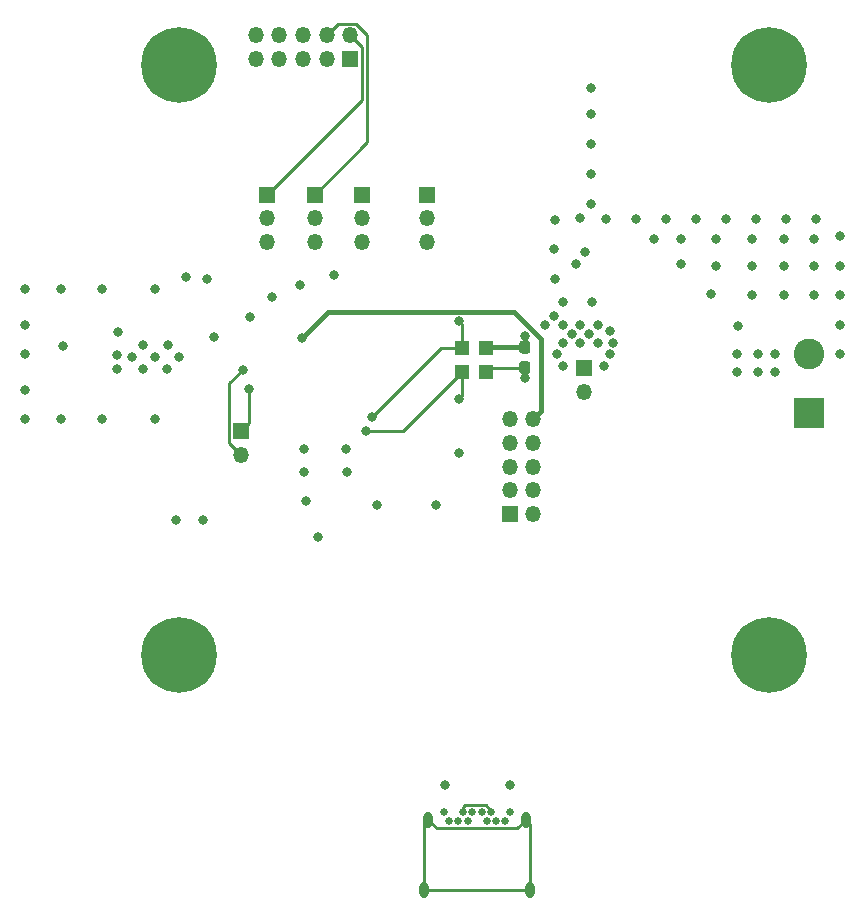
<source format=gbr>
%TF.GenerationSoftware,KiCad,Pcbnew,(5.1.10)-1*%
%TF.CreationDate,2021-07-16T13:03:45+01:00*%
%TF.ProjectId,Abhoinn_IoT_V2,4162686f-696e-46e5-9f49-6f545f56322e,rev?*%
%TF.SameCoordinates,Original*%
%TF.FileFunction,Copper,L4,Bot*%
%TF.FilePolarity,Positive*%
%FSLAX46Y46*%
G04 Gerber Fmt 4.6, Leading zero omitted, Abs format (unit mm)*
G04 Created by KiCad (PCBNEW (5.1.10)-1) date 2021-07-16 13:03:45*
%MOMM*%
%LPD*%
G01*
G04 APERTURE LIST*
%TA.AperFunction,ComponentPad*%
%ADD10C,0.650000*%
%TD*%
%TA.AperFunction,ComponentPad*%
%ADD11O,0.800000X1.400000*%
%TD*%
%TA.AperFunction,ComponentPad*%
%ADD12O,1.350000X1.350000*%
%TD*%
%TA.AperFunction,ComponentPad*%
%ADD13R,1.350000X1.350000*%
%TD*%
%TA.AperFunction,ComponentPad*%
%ADD14C,2.600000*%
%TD*%
%TA.AperFunction,ComponentPad*%
%ADD15R,2.600000X2.600000*%
%TD*%
%TA.AperFunction,SMDPad,CuDef*%
%ADD16R,1.300000X1.300000*%
%TD*%
%TA.AperFunction,ComponentPad*%
%ADD17C,0.800000*%
%TD*%
%TA.AperFunction,ComponentPad*%
%ADD18C,6.400000*%
%TD*%
%TA.AperFunction,ViaPad*%
%ADD19C,0.800000*%
%TD*%
%TA.AperFunction,Conductor*%
%ADD20C,0.250000*%
%TD*%
%TA.AperFunction,Conductor*%
%ADD21C,0.400000*%
%TD*%
%TA.AperFunction,Conductor*%
%ADD22C,0.450000*%
%TD*%
G04 APERTURE END LIST*
D10*
%TO.P,P1,B11*%
%TO.N,N/C*%
X154350000Y-119490000D03*
%TO.P,P1,B10*%
X155150000Y-119490000D03*
%TO.P,P1,B8*%
X155950000Y-119490000D03*
%TO.P,P1,B5*%
%TO.N,+5V*%
X157550000Y-119490000D03*
%TO.P,P1,B3*%
%TO.N,N/C*%
X158350000Y-119490000D03*
%TO.P,P1,B2*%
X159150000Y-119490000D03*
%TO.P,P1,B12*%
%TO.N,GND*%
X153950000Y-118790000D03*
%TO.P,P1,B9*%
%TO.N,Net-(P1-PadA4)*%
X155550000Y-118790000D03*
%TO.P,P1,B7*%
%TO.N,N/C*%
X156350000Y-118790000D03*
%TO.P,P1,B6*%
X157150000Y-118790000D03*
%TO.P,P1,B4*%
%TO.N,Net-(P1-PadA4)*%
X157950000Y-118790000D03*
%TO.P,P1,B1*%
%TO.N,GND*%
X159550000Y-118790000D03*
D11*
%TO.P,P1,S1*%
%TO.N,Net-(P1-PadS1)*%
X152260000Y-125340000D03*
X161240000Y-125340000D03*
X160880000Y-119390000D03*
X152620000Y-119390000D03*
%TD*%
D12*
%TO.P,JP4,3*%
%TO.N,GND*%
X152500000Y-70500000D03*
%TO.P,JP4,2*%
%TO.N,Net-(D4-Pad2)*%
X152500000Y-68500000D03*
D13*
%TO.P,JP4,1*%
%TO.N,+3V3*%
X152500000Y-66500000D03*
%TD*%
D12*
%TO.P,JP3,3*%
%TO.N,GND*%
X147000000Y-70500000D03*
%TO.P,JP3,2*%
%TO.N,DBG_EN*%
X147000000Y-68500000D03*
D13*
%TO.P,JP3,1*%
%TO.N,+3V3*%
X147000000Y-66500000D03*
%TD*%
D12*
%TO.P,JP2,3*%
%TO.N,LED_RX*%
X139000000Y-70500000D03*
%TO.P,JP2,2*%
%TO.N,RX_LED+DBG_DATA*%
X139000000Y-68500000D03*
D13*
%TO.P,JP2,1*%
%TO.N,TS_DBG_DATA*%
X139000000Y-66500000D03*
%TD*%
D12*
%TO.P,JP1,3*%
%TO.N,LED_TX*%
X143000000Y-70500000D03*
%TO.P,JP1,2*%
%TO.N,TX_LED+DBG_CLK*%
X143000000Y-68500000D03*
D13*
%TO.P,JP1,1*%
%TO.N,TS_DBG_CLK*%
X143000000Y-66500000D03*
%TD*%
D14*
%TO.P,J6,2*%
%TO.N,GND*%
X184870000Y-79980000D03*
D15*
%TO.P,J6,1*%
%TO.N,+5V*%
X184870000Y-84980000D03*
%TD*%
D12*
%TO.P,J4,10*%
%TO.N,RESET_N*%
X138000000Y-53000000D03*
%TO.P,J4,9*%
%TO.N,GND*%
X138000000Y-55000000D03*
%TO.P,J4,8*%
%TO.N,Net-(J4-Pad8)*%
X140000000Y-53000000D03*
%TO.P,J4,7*%
%TO.N,Net-(J4-Pad7)*%
X140000000Y-55000000D03*
%TO.P,J4,6*%
%TO.N,Net-(J4-Pad6)*%
X142000000Y-53000000D03*
%TO.P,J4,5*%
%TO.N,GND*%
X142000000Y-55000000D03*
%TO.P,J4,4*%
%TO.N,TS_DBG_CLK*%
X144000000Y-53000000D03*
%TO.P,J4,3*%
%TO.N,GND*%
X144000000Y-55000000D03*
%TO.P,J4,2*%
%TO.N,TS_DBG_DATA*%
X146000000Y-53000000D03*
D13*
%TO.P,J4,1*%
%TO.N,+3V3*%
X146000000Y-55000000D03*
%TD*%
D12*
%TO.P,J3,10*%
%TO.N,NRST*%
X161500000Y-85500000D03*
%TO.P,J3,9*%
%TO.N,GND*%
X159500000Y-85500000D03*
%TO.P,J3,8*%
%TO.N,Net-(J3-Pad8)*%
X161500000Y-87500000D03*
%TO.P,J3,7*%
%TO.N,Net-(J3-Pad7)*%
X159500000Y-87500000D03*
%TO.P,J3,6*%
%TO.N,Net-(J3-Pad6)*%
X161500000Y-89500000D03*
%TO.P,J3,5*%
%TO.N,GND*%
X159500000Y-89500000D03*
%TO.P,J3,4*%
%TO.N,SWCLK*%
X161500000Y-91500000D03*
%TO.P,J3,3*%
%TO.N,GND*%
X159500000Y-91500000D03*
%TO.P,J3,2*%
%TO.N,SWDIO*%
X161500000Y-93500000D03*
D13*
%TO.P,J3,1*%
%TO.N,+3V3*%
X159500000Y-93500000D03*
%TD*%
D12*
%TO.P,J2,2*%
%TO.N,LPUART1_TX*%
X136750000Y-88500000D03*
D13*
%TO.P,J2,1*%
%TO.N,LPUART1_RX*%
X136750000Y-86500000D03*
%TD*%
D12*
%TO.P,J1,2*%
%TO.N,GND*%
X165820000Y-83170000D03*
D13*
%TO.P,J1,1*%
%TO.N,+3V3*%
X165820000Y-81170000D03*
%TD*%
D16*
%TO.P,IC2,4*%
%TO.N,PRESSURE_SDA*%
X155500000Y-79500000D03*
%TO.P,IC2,3*%
%TO.N,PRESSURE_SCL*%
X155500000Y-81500000D03*
%TO.P,IC2,2*%
%TO.N,GND*%
X157500000Y-81500000D03*
%TO.P,IC2,1*%
%TO.N,+3V3*%
X157500000Y-79500000D03*
%TD*%
D17*
%TO.P,H4,1*%
%TO.N,GND*%
X133197056Y-53802944D03*
X131500000Y-53100000D03*
X129802944Y-53802944D03*
X129100000Y-55500000D03*
X129802944Y-57197056D03*
X131500000Y-57900000D03*
X133197056Y-57197056D03*
X133900000Y-55500000D03*
D18*
X131500000Y-55500000D03*
%TD*%
D17*
%TO.P,H3,1*%
%TO.N,GND*%
X133197056Y-103802944D03*
X131500000Y-103100000D03*
X129802944Y-103802944D03*
X129100000Y-105500000D03*
X129802944Y-107197056D03*
X131500000Y-107900000D03*
X133197056Y-107197056D03*
X133900000Y-105500000D03*
D18*
X131500000Y-105500000D03*
%TD*%
D17*
%TO.P,H2,1*%
%TO.N,GND*%
X183197056Y-103802944D03*
X181500000Y-103100000D03*
X179802944Y-103802944D03*
X179100000Y-105500000D03*
X179802944Y-107197056D03*
X181500000Y-107900000D03*
X183197056Y-107197056D03*
X183900000Y-105500000D03*
D18*
X181500000Y-105500000D03*
%TD*%
D17*
%TO.P,H1,1*%
%TO.N,GND*%
X183197056Y-53802944D03*
X181500000Y-53100000D03*
X179802944Y-53802944D03*
X179100000Y-55500000D03*
X179802944Y-57197056D03*
X181500000Y-57900000D03*
X183197056Y-57197056D03*
X183900000Y-55500000D03*
D18*
X181500000Y-55500000D03*
%TD*%
%TO.P,C9,2*%
%TO.N,GND*%
%TA.AperFunction,SMDPad,CuDef*%
G36*
G01*
X160544500Y-80589000D02*
X161019500Y-80589000D01*
G75*
G02*
X161257000Y-80826500I0J-237500D01*
G01*
X161257000Y-81426500D01*
G75*
G02*
X161019500Y-81664000I-237500J0D01*
G01*
X160544500Y-81664000D01*
G75*
G02*
X160307000Y-81426500I0J237500D01*
G01*
X160307000Y-80826500D01*
G75*
G02*
X160544500Y-80589000I237500J0D01*
G01*
G37*
%TD.AperFunction*%
%TO.P,C9,1*%
%TO.N,+3V3*%
%TA.AperFunction,SMDPad,CuDef*%
G36*
G01*
X160544500Y-78864000D02*
X161019500Y-78864000D01*
G75*
G02*
X161257000Y-79101500I0J-237500D01*
G01*
X161257000Y-79701500D01*
G75*
G02*
X161019500Y-79939000I-237500J0D01*
G01*
X160544500Y-79939000D01*
G75*
G02*
X160307000Y-79701500I0J237500D01*
G01*
X160307000Y-79101500D01*
G75*
G02*
X160544500Y-78864000I237500J0D01*
G01*
G37*
%TD.AperFunction*%
%TD*%
D19*
%TO.N,GND*%
X142240000Y-92456000D03*
X142070000Y-90000000D03*
X142102000Y-88000000D03*
X132137500Y-73463500D03*
X163322000Y-73660000D03*
X165100000Y-72390000D03*
X165862000Y-71374000D03*
X144626500Y-73326500D03*
X134500000Y-78500000D03*
X133500000Y-94000000D03*
X131250000Y-94000000D03*
X121718600Y-79308220D03*
X127500000Y-80250000D03*
X129500000Y-80250000D03*
X131500000Y-80250000D03*
X130550000Y-79250000D03*
X128450000Y-79250000D03*
X128500000Y-81250000D03*
X130500000Y-81250000D03*
X126325000Y-78075000D03*
X126300000Y-80050000D03*
X126275000Y-81225000D03*
X129500000Y-74500000D03*
X129500000Y-85500000D03*
X118500000Y-85500000D03*
X118500000Y-74500000D03*
X118500000Y-80000000D03*
X118500000Y-77500000D03*
X118500000Y-83000000D03*
X121500000Y-85500000D03*
X125000000Y-85500000D03*
X125000000Y-74500000D03*
X121500000Y-74500000D03*
X159500000Y-116500000D03*
X154000000Y-116500000D03*
X178750000Y-81500000D03*
X178750000Y-80000000D03*
X180500000Y-81500000D03*
X187500000Y-70000000D03*
X187500000Y-72500000D03*
X187500000Y-75000000D03*
X187500000Y-77500000D03*
X187500000Y-80000000D03*
X185420000Y-68580000D03*
X182880000Y-68580000D03*
X180340000Y-68580000D03*
X177800000Y-68580000D03*
X175260000Y-68580000D03*
X172720000Y-68580000D03*
X170180000Y-68580000D03*
X167640000Y-68580000D03*
X166370000Y-67310000D03*
X166370000Y-64770000D03*
X166370000Y-62230000D03*
X166370000Y-59690000D03*
X173990000Y-72390000D03*
X176530000Y-74930000D03*
X178800000Y-77600000D03*
X163350000Y-68650000D03*
X163300000Y-71125000D03*
X166425000Y-57475000D03*
X139362500Y-75137500D03*
X160782000Y-82042000D03*
X182000000Y-81500000D03*
X180500000Y-80000000D03*
X182000000Y-80000000D03*
X185250000Y-72500000D03*
X185250000Y-75000000D03*
X182750000Y-72500000D03*
X182750000Y-75000000D03*
X180000000Y-72500000D03*
X180000000Y-75000000D03*
X177000000Y-72500000D03*
X185250000Y-70250000D03*
X182750000Y-70250000D03*
X180000000Y-70250000D03*
X177000000Y-70250000D03*
X174000000Y-70250000D03*
X171750000Y-70250000D03*
X165500000Y-68500000D03*
%TO.N,+3V3*%
X141732000Y-74168000D03*
X145680000Y-88000000D03*
X145712000Y-90000000D03*
X143256000Y-95504000D03*
X155194000Y-88392000D03*
X166449500Y-75612500D03*
X164000000Y-75600000D03*
X133862500Y-73637500D03*
X137512500Y-76862500D03*
X167500000Y-81000000D03*
X162500000Y-77500000D03*
X164000000Y-77500000D03*
X165500000Y-77500000D03*
X167000000Y-77500000D03*
X167000000Y-79000000D03*
X165500000Y-79000000D03*
X164000000Y-79000000D03*
X168000000Y-80000000D03*
X164000000Y-81000000D03*
X163500000Y-80000000D03*
X160782000Y-78486000D03*
X168000000Y-78000000D03*
X164750000Y-78250000D03*
X166250000Y-78250000D03*
X168250000Y-79000000D03*
X163250000Y-76750000D03*
%TO.N,LPUART1_TX*%
X136940000Y-81320000D03*
%TO.N,LPUART1_RX*%
X137460000Y-82920000D03*
%TO.N,PRESSURE_SDA*%
X155194000Y-77216000D03*
X147828000Y-85344000D03*
%TO.N,PRESSURE_SCL*%
X155194000Y-83820000D03*
X147320000Y-86530000D03*
%TO.N,NRST*%
X141932660Y-78610460D03*
%TO.N,Net-(U2-Pad5)*%
X153250000Y-92750000D03*
%TO.N,Net-(U2-Pad2)*%
X148250000Y-92750000D03*
%TD*%
D20*
%TO.N,GND*%
X157873500Y-81126500D02*
X157500000Y-81500000D01*
X160782000Y-81126500D02*
X157873500Y-81126500D01*
D21*
X160782000Y-81126500D02*
X160782000Y-82042000D01*
D22*
%TO.N,+3V3*%
X157598500Y-79401500D02*
X157500000Y-79500000D01*
X160782000Y-79401500D02*
X157598500Y-79401500D01*
X160782000Y-79401500D02*
X160782000Y-78486000D01*
X160782000Y-78486000D02*
X160782000Y-78486000D01*
D20*
%TO.N,LPUART1_TX*%
X136940000Y-81320000D02*
X136900000Y-81320000D01*
X135749999Y-87499999D02*
X136750000Y-88500000D01*
X135749999Y-82470001D02*
X135749999Y-87499999D01*
X136900000Y-81320000D02*
X135749999Y-82470001D01*
%TO.N,LPUART1_RX*%
X137460000Y-85790000D02*
X136750000Y-86500000D01*
X137460000Y-82920000D02*
X137460000Y-85790000D01*
%TO.N,PRESSURE_SDA*%
X155500000Y-77522000D02*
X155194000Y-77216000D01*
X155500000Y-79500000D02*
X155500000Y-77522000D01*
X155500000Y-79500000D02*
X153672000Y-79500000D01*
X153672000Y-79500000D02*
X147828000Y-85344000D01*
%TO.N,PRESSURE_SCL*%
X155500000Y-83514000D02*
X155194000Y-83820000D01*
X155500000Y-81500000D02*
X155500000Y-83514000D01*
X150470000Y-86530000D02*
X147320000Y-86530000D01*
X155500000Y-81500000D02*
X150470000Y-86530000D01*
D21*
%TO.N,NRST*%
X144127121Y-76415999D02*
X141932660Y-78610460D01*
X159896001Y-76415999D02*
X144127121Y-76415999D01*
X162174999Y-78694997D02*
X159896001Y-76415999D01*
X162174999Y-84825001D02*
X162174999Y-78694997D01*
X161500000Y-85500000D02*
X162174999Y-84825001D01*
D20*
%TO.N,TS_DBG_CLK*%
X147450010Y-52970008D02*
X147450010Y-62049990D01*
X147450010Y-62049990D02*
X143000000Y-66500000D01*
X146480001Y-51999999D02*
X147450010Y-52970008D01*
X145000001Y-51999999D02*
X146480001Y-51999999D01*
X144000000Y-53000000D02*
X145000001Y-51999999D01*
%TO.N,TS_DBG_DATA*%
X147000001Y-54000001D02*
X146000000Y-53000000D01*
X147000001Y-58499999D02*
X147000001Y-54000001D01*
X139000000Y-66500000D02*
X147000001Y-58499999D01*
%TO.N,Net-(P1-PadA4)*%
X157950000Y-118627998D02*
X157950000Y-118790000D01*
X157462001Y-118139999D02*
X157950000Y-118627998D01*
X155740382Y-118139999D02*
X157462001Y-118139999D01*
X155550000Y-118330381D02*
X155740382Y-118139999D01*
X155550000Y-118790000D02*
X155550000Y-118330381D01*
%TO.N,Net-(P1-PadS1)*%
X160129999Y-120140001D02*
X160880000Y-119390000D01*
X153370001Y-120140001D02*
X160129999Y-120140001D01*
X152620000Y-119390000D02*
X153370001Y-120140001D01*
X152260000Y-125340000D02*
X161240000Y-125340000D01*
X161240000Y-119750000D02*
X160880000Y-119390000D01*
X161240000Y-125340000D02*
X161240000Y-119750000D01*
X152260000Y-119750000D02*
X152620000Y-119390000D01*
X152260000Y-125340000D02*
X152260000Y-119750000D01*
%TD*%
M02*

</source>
